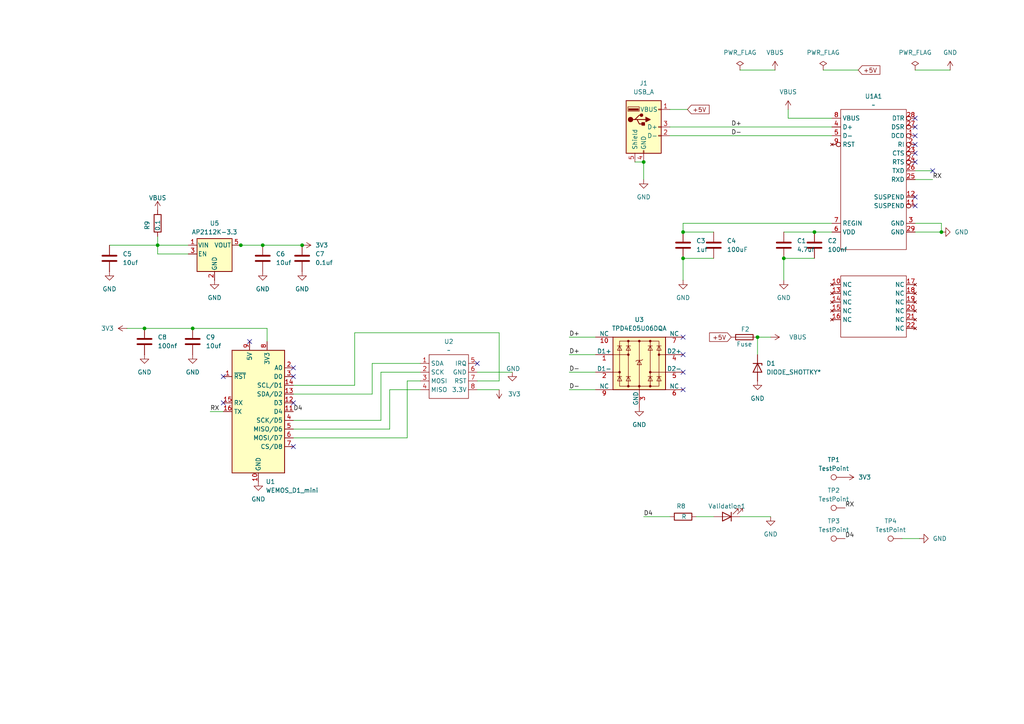
<source format=kicad_sch>
(kicad_sch (version 20250114) (generator "eeschema") (generator_version "9.0")
  (paper "A4")
  (lib_symbols
    (symbol "Connector:TestPoint" (pin_numbers (hide yes)) (pin_names (offset 0.762) (hide yes))
      (property "Reference" "TP" (at 0 6.858 0))
      (property "Value" "TestPoint" (at 0 5.08 0))
      (symbol "TestPoint_0_1"
        (circle (center 0 3.302) (radius 0.762))
      )
      (symbol "TestPoint_1_1"
        (pin passive line (at 0 0 90) (length 2.54) (name "1") (number "1"))
      )
    )
    (symbol "Connector:USB_A" (pin_names (offset 1.016))
      (property "Reference" "J" (at -5.08 11.43 0))
      (property "Value" "USB_A" (at -5.08 8.89 0))
      (symbol "USB_A_0_1"
        (rectangle (start -5.08 -7.62) (end 5.08 7.62) (stroke (width 0.254)) (fill (type background)))
        (circle (center -3.81 2.159) (radius 0.635) (stroke (width 0.254)) (fill (type outline)))
        (polyline (pts (xy -3.175 2.159) (xy -2.54 2.159) (xy -1.27 3.429) (xy -0.635 3.429)) (stroke (width 0.254)))
        (polyline (pts (xy -2.54 2.159) (xy -1.905 2.159) (xy -1.27 0.889) (xy 0 0.889)) (stroke (width 0.254)))
        (rectangle (start -1.524 4.826) (end -4.318 5.334) (fill (type outline)))
        (rectangle (start -1.27 4.572) (end -4.572 5.842))
        (circle (center -0.635 3.429) (radius 0.381) (stroke (width 0.254)) (fill (type outline)))
        (rectangle (start -0.127 -7.62) (end 0.127 -6.858))
        (rectangle (start 0.254 1.27) (end -0.508 0.508) (stroke (width 0.254)) (fill (type outline)))
        (polyline (pts (xy 0.635 2.794) (xy 0.635 1.524) (xy 1.905 2.159) (xy 0.635 2.794)) (stroke (width 0.254)) (fill (type outline)))
        (rectangle (start 5.08 4.953) (end 4.318 5.207))
        (rectangle (start 5.08 -0.127) (end 4.318 0.127))
        (rectangle (start 5.08 -2.667) (end 4.318 -2.413))
      )
      (symbol "USB_A_1_1"
        (polyline (pts (xy -1.905 2.159) (xy 0.635 2.159)) (stroke (width 0.254)))
        (pin passive line (at -2.54 -10.16 90) (length 2.54) (name "Shield") (number "5"))
        (pin power_in line (at 0 -10.16 90) (length 2.54) (name "GND") (number "4"))
        (pin power_in line (at 7.62 5.08 180) (length 2.54) (name "VBUS") (number "1"))
        (pin bidirectional line (at 7.62 0 180) (length 2.54) (name "D+") (number "3"))
        (pin bidirectional line (at 7.62 -2.54 180) (length 2.54) (name "D-") (number "2"))
      )
    )
    (symbol "Device:C" (pin_numbers (hide yes)) (pin_names (offset 0.254))
      (property "Reference" "C" (at 0.635 2.54 0))
      (property "Value" "C" (at 0.635 -2.54 0))
      (symbol "C_0_1"
        (polyline (pts (xy -2.032 0.762) (xy 2.032 0.762)) (stroke (width 0.508)))
        (polyline (pts (xy -2.032 -0.762) (xy 2.032 -0.762)) (stroke (width 0.508)))
      )
      (symbol "C_1_1"
        (pin passive line (at 0 3.81 270) (length 2.794) (name "~") (number "1"))
        (pin passive line (at 0 -3.81 90) (length 2.794) (name "~") (number "2"))
      )
    )
    (symbol "Device:D_Zener" (pin_numbers (hide yes)) (pin_names (offset 1.016) (hide yes))
      (property "Reference" "D" (at 0 2.54 0))
      (property "Value" "D_Zener" (at 0 -2.54 0))
      (symbol "D_Zener_0_1"
        (polyline (pts (xy -1.27 -1.27) (xy -1.27 1.27) (xy -0.762 1.27)) (stroke (width 0.254)))
        (polyline (pts (xy 1.27 0) (xy -1.27 0)))
        (polyline (pts (xy 1.27 -1.27) (xy 1.27 1.27) (xy -1.27 0) (xy 1.27 -1.27)) (stroke (width 0.254)))
      )
      (symbol "D_Zener_1_1"
        (pin passive line (at -3.81 0 0) (length 2.54) (name "K") (number "1"))
        (pin passive line (at 3.81 0 180) (length 2.54) (name "A") (number "2"))
      )
    )
    (symbol "Device:Fuse" (pin_numbers (hide yes)) (pin_names (offset 0))
      (property "Reference" "F" (at 2.032 0 90))
      (property "Value" "Fuse" (at -1.905 0 90))
      (symbol "Fuse_0_1"
        (rectangle (start -0.762 -2.54) (end 0.762 2.54) (stroke (width 0.254)))
        (polyline (pts (xy 0 2.54) (xy 0 -2.54)))
      )
      (symbol "Fuse_1_1"
        (pin passive line (at 0 3.81 270) (length 1.27) (name "~") (number "1"))
        (pin passive line (at 0 -3.81 90) (length 1.27) (name "~") (number "2"))
      )
    )
    (symbol "Device:LED" (pin_numbers (hide yes)) (pin_names (offset 1.016) (hide yes))
      (property "Reference" "D" (at 0 2.54 0))
      (property "Value" "LED" (at 0 -2.54 0))
      (symbol "LED_0_1"
        (polyline (pts (xy -3.048 -0.762) (xy -4.572 -2.286) (xy -3.81 -2.286) (xy -4.572 -2.286) (xy -4.572 -1.524)))
        (polyline (pts (xy -1.778 -0.762) (xy -3.302 -2.286) (xy -2.54 -2.286) (xy -3.302 -2.286) (xy -3.302 -1.524)))
        (polyline (pts (xy -1.27 0) (xy 1.27 0)))
        (polyline (pts (xy -1.27 -1.27) (xy -1.27 1.27)) (stroke (width 0.254)))
        (polyline (pts (xy 1.27 -1.27) (xy 1.27 1.27) (xy -1.27 0) (xy 1.27 -1.27)) (stroke (width 0.254)))
      )
      (symbol "LED_1_1"
        (pin passive line (at -3.81 0 0) (length 2.54) (name "K") (number "1"))
        (pin passive line (at 3.81 0 180) (length 2.54) (name "A") (number "2"))
      )
    )
    (symbol "Device:R" (pin_numbers (hide yes)) (pin_names (offset 0))
      (property "Reference" "R" (at 2.032 0 90))
      (property "Value" "R" (at 0 0 90))
      (symbol "R_0_1"
        (rectangle (start -1.016 -2.54) (end 1.016 2.54) (stroke (width 0.254)))
      )
      (symbol "R_1_1"
        (pin passive line (at 0 3.81 270) (length 1.27) (name "~") (number "1"))
        (pin passive line (at 0 -3.81 90) (length 1.27) (name "~") (number "2"))
      )
    )
    (symbol "Power_Protection:TPD4E05U06DQA" (pin_names (offset 0))
      (property "Reference" "U" (at -0.635 8.89 0))
      (property "Value" "TPD4E05U06DQA" (at 1.905 -10.16 0))
      (symbol "TPD4E05U06DQA_0_0"
        (rectangle (start -5.715 6.477) (end 5.715 -6.604))
        (polyline (pts (xy -3.175 -6.604) (xy -3.175 6.477)))
        (polyline (pts (xy 0 6.477) (xy 0 -6.604)))
        (polyline (pts (xy 3.175 6.477) (xy 3.175 -6.604)))
      )
      (symbol "TPD4E05U06DQA_0_1"
        (polyline (pts (xy -7.747 2.54) (xy -3.175 2.54)))
        (rectangle (start -7.62 7.62) (end 7.62 -7.62) (stroke (width 0.254)) (fill (type background)))
        (polyline (pts (xy -7.62 -2.54) (xy -5.715 -2.54)))
        (circle (center -5.715 -2.54) (radius 0.2794) (fill (type outline)))
        (polyline (pts (xy -5.08 5.08) (xy -6.35 5.08)))
        (polyline (pts (xy -5.08 3.81) (xy -6.35 3.81) (xy -5.715 5.08) (xy -5.08 3.81)))
        (polyline (pts (xy -5.08 -3.81) (xy -6.35 -3.81)))
        (polyline (pts (xy -5.08 -5.08) (xy -6.35 -5.08) (xy -5.715 -3.81) (xy -5.08 -5.08)))
        (circle (center -3.175 6.477) (radius 0.2794) (fill (type outline)))
        (circle (center -3.175 2.54) (radius 0.2794) (fill (type outline)))
        (circle (center -3.175 -6.604) (radius 0.2794) (fill (type outline)))
        (polyline (pts (xy -2.54 5.08) (xy -3.81 5.08)))
        (polyline (pts (xy -2.54 3.81) (xy -3.81 3.81) (xy -3.175 5.08) (xy -2.54 3.81)))
        (polyline (pts (xy -2.54 -3.81) (xy -3.81 -3.81)))
        (polyline (pts (xy -2.54 -5.08) (xy -3.81 -5.08) (xy -3.175 -3.81) (xy -2.54 -5.08)))
        (polyline (pts (xy -0.635 0.889) (xy -1.016 0.635)))
        (circle (center 0 6.477) (radius 0.2794) (fill (type outline)))
        (polyline (pts (xy 0 -6.604) (xy 0 -7.62)))
        (circle (center 0 -6.604) (radius 0.2794) (fill (type outline)))
        (polyline (pts (xy 0.635 0.889) (xy -0.635 0.889)))
        (polyline (pts (xy 0.635 0.889) (xy 1.016 1.143)))
        (polyline (pts (xy 0.635 -0.381) (xy -0.635 -0.381) (xy 0 0.889) (xy 0.635 -0.381)))
        (circle (center 3.175 6.477) (radius 0.2794) (fill (type outline)))
        (circle (center 3.175 -2.54) (radius 0.2794) (fill (type outline)))
        (circle (center 3.175 -6.604) (radius 0.2794) (fill (type outline)))
        (polyline (pts (xy 3.81 5.08) (xy 2.54 5.08)))
        (polyline (pts (xy 3.81 3.81) (xy 2.54 3.81) (xy 3.175 5.08) (xy 3.81 3.81)))
        (polyline (pts (xy 3.81 -3.81) (xy 2.54 -3.81)))
        (polyline (pts (xy 3.81 -5.08) (xy 2.54 -5.08) (xy 3.175 -3.81) (xy 3.81 -5.08)))
        (circle (center 5.715 2.54) (radius 0.2794) (fill (type outline)))
        (polyline (pts (xy 6.35 5.08) (xy 5.08 5.08)))
        (polyline (pts (xy 6.35 3.81) (xy 5.08 3.81) (xy 5.715 5.08) (xy 6.35 3.81)))
        (polyline (pts (xy 6.35 -3.81) (xy 5.08 -3.81)))
        (polyline (pts (xy 6.35 -5.08) (xy 5.08 -5.08) (xy 5.715 -3.81) (xy 6.35 -5.08)))
        (polyline (pts (xy 7.62 2.54) (xy 5.715 2.54)))
        (polyline (pts (xy 7.62 -2.54) (xy 3.175 -2.54)))
      )
      (symbol "TPD4E05U06DQA_1_1"
        (pin free line (at -12.7 7.62 0) (length 5.08) (name "NC") (number "10"))
        (pin passive line (at -12.7 2.54 0) (length 5.08) (name "D1+") (number "1"))
        (pin passive line (at -12.7 -2.54 0) (length 5.08) (name "D1-") (number "2"))
        (pin free line (at -12.7 -7.62 0) (length 5.08) (name "NC") (number "9"))
        (pin power_in line (at 0 -12.7 90) (length 5.08) (name "GND") (number "3"))
        (pin passive line (at 0 -12.7 90) (length 5.08) (hide yes) (name "GND") (number "8"))
        (pin free line (at 12.7 7.62 180) (length 5.08) (name "NC") (number "7"))
        (pin passive line (at 12.7 2.54 180) (length 5.08) (name "D2+") (number "4"))
        (pin passive line (at 12.7 -2.54 180) (length 5.08) (name "D2-") (number "5"))
        (pin free line (at 12.7 -7.62 180) (length 5.08) (name "NC") (number "6"))
      )
    )
    (symbol "RF_Module:WEMOS_D1_mini"
      (property "Reference" "U1" (at 2.1433 -20.32 0))
      (property "Value" "WEMOS_D1_mini" (at 2.1433 -22.86 0))
      (symbol "WEMOS_D1_mini_1_1"
        (rectangle (start -7.62 17.78) (end 7.62 -17.78) (stroke (width 0.254)) (fill (type background)))
        (pin input line (at -10.16 10.16 0) (length 2.54) (name "~{RST}") (number "1"))
        (pin input line (at -10.16 2.54 0) (length 2.54) (name "RX") (number "15"))
        (pin output line (at -10.16 0 0) (length 2.54) (name "TX") (number "16"))
        (pin power_in line (at -2.54 20.32 270) (length 2.54) (name "5V") (number "9"))
        (pin power_in line (at 0 -20.32 90) (length 2.54) (name "GND") (number "10"))
        (pin power_in line (at 2.54 20.32 270) (length 2.54) (name "3V3") (number "8"))
        (pin input line (at 10.16 12.7 180) (length 2.54) (name "A0") (number "2"))
        (pin bidirectional line (at 10.16 10.16 180) (length 2.54) (name "D0") (number "3"))
        (pin bidirectional line (at 10.16 7.62 180) (length 2.54) (name "SCL/D1") (number "14"))
        (pin bidirectional line (at 10.16 5.08 180) (length 2.54) (name "SDA/D2") (number "13"))
        (pin bidirectional line (at 10.16 2.54 180) (length 2.54) (name "D3") (number "12"))
        (pin bidirectional line (at 10.16 0 180) (length 2.54) (name "D4") (number "11"))
        (pin bidirectional line (at 10.16 -2.54 180) (length 2.54) (name "SCK/D5") (number "4"))
        (pin bidirectional line (at 10.16 -5.08 180) (length 2.54) (name "MISO/D6") (number "5"))
        (pin bidirectional line (at 10.16 -7.62 180) (length 2.54) (name "MOSI/D7") (number "6"))
        (pin bidirectional line (at 10.16 -10.16 180) (length 2.54) (name "CS/D8") (number "7"))
      )
    )
    (symbol "Regulator_Linear:AP2112K-3.3" (pin_names (offset 0.254))
      (property "Reference" "U" (at -5.08 5.715 0))
      (property "Value" "AP2112K-3.3" (at 0 5.715 0))
      (symbol "AP2112K-3.3_0_1"
        (rectangle (start -5.08 4.445) (end 5.08 -5.08) (stroke (width 0.254)) (fill (type background)))
      )
      (symbol "AP2112K-3.3_1_1"
        (pin power_in line (at -7.62 2.54 0) (length 2.54) (name "VIN") (number "1"))
        (pin input line (at -7.62 0 0) (length 2.54) (name "EN") (number "3"))
        (pin power_in line (at 0 -7.62 90) (length 2.54) (name "GND") (number "2"))
        (pin no_connect line (at 5.08 0 180) (length 2.54) (hide yes) (name "NC") (number "4"))
        (pin power_out line (at 7.62 2.54 180) (length 2.54) (name "VOUT") (number "5"))
      )
    )
    (symbol "U1A:CP2102"
      (property "Reference" "U1A1" (at 36.195 0 0))
      (property "Value" "~" (at 36.195 -2.54 0))
      (symbol "CP2102_0_1"
        (rectangle (start 26.67 -3.81) (end 45.72 -44.45))
        (rectangle (start 26.67 -52.07) (end 45.72 -69.85))
      )
      (symbol "CP2102_1_1"
        (pin input line (at 24.13 -6.35 0) (length 2.54) (name "VBUS") (number "8"))
        (pin bidirectional line (at 24.13 -8.89 0) (length 2.54) (name "D+") (number "4"))
        (pin bidirectional line (at 24.13 -11.43 0) (length 2.54) (name "D-") (number "5"))
        (pin no_connect inverted (at 24.13 -13.97 0) (length 2.54) (name "RST") (number "9"))
        (pin input line (at 24.13 -36.83 0) (length 2.54) (name "REGIN") (number "7"))
        (pin input line (at 24.13 -39.37 0) (length 2.54) (name "VDD") (number "6"))
        (pin no_connect line (at 24.13 -54.61 0) (length 2.54) (name "NC") (number "10"))
        (pin no_connect line (at 24.13 -57.15 0) (length 2.54) (name "NC") (number "13"))
        (pin no_connect line (at 24.13 -59.69 0) (length 2.54) (name "NC") (number "14"))
        (pin no_connect line (at 24.13 -62.23 0) (length 2.54) (name "NC") (number "15"))
        (pin no_connect line (at 24.13 -64.77 0) (length 2.54) (name "NC") (number "16"))
        (pin output inverted (at 48.26 -6.35 180) (length 2.54) (name "DTR") (number "28"))
        (pin input inverted (at 48.26 -8.89 180) (length 2.54) (name "DSR") (number "27"))
        (pin input inverted (at 48.26 -11.43 180) (length 2.54) (name "DCD") (number "1"))
        (pin input inverted (at 48.26 -13.97 180) (length 2.54) (name "RI") (number "2"))
        (pin input inverted (at 48.26 -16.51 180) (length 2.54) (name "CTS") (number "23"))
        (pin output inverted (at 48.26 -19.05 180) (length 2.54) (name "RTS") (number "24"))
        (pin output line (at 48.26 -21.59 180) (length 2.54) (name "TXD") (number "26"))
        (pin input line (at 48.26 -24.13 180) (length 2.54) (name "RXD") (number "25"))
        (pin output line (at 48.26 -29.21 180) (length 2.54) (name "SUSPEND") (number "12"))
        (pin output inverted (at 48.26 -31.75 180) (length 2.54) (name "SUSPEND") (number "11"))
        (pin input line (at 48.26 -36.83 180) (length 2.54) (name "GND") (number "3"))
        (pin input line (at 48.26 -39.37 180) (length 2.54) (name "GND") (number "29"))
        (pin no_connect line (at 48.26 -54.61 180) (length 2.54) (name "NC") (number "17"))
        (pin no_connect line (at 48.26 -57.15 180) (length 2.54) (name "NC") (number "18"))
        (pin no_connect line (at 48.26 -59.69 180) (length 2.54) (name "NC") (number "19"))
        (pin no_connect line (at 48.26 -62.23 180) (length 2.54) (name "NC") (number "20"))
        (pin no_connect line (at 48.26 -64.77 180) (length 2.54) (name "NC") (number "21"))
        (pin no_connect line (at 48.26 -67.31 180) (length 2.54) (name "NC") (number "22"))
      )
    )
    (symbol "power:GND" (power) (pin_numbers (hide yes)) (pin_names (offset 0) (hide yes))
      (property "Value" "GND" (at 0 -3.81 0))
      (symbol "GND_0_1"
        (polyline (pts (xy 0 0) (xy 0 -1.27) (xy 1.27 -1.27) (xy 0 -2.54) (xy -1.27 -1.27) (xy 0 -1.27)))
      )
      (symbol "GND_1_1"
        (pin power_in line (at 0 0 270) (length 0) (name "~") (number "1"))
      )
    )
    (symbol "power:PWR_FLAG" (power) (pin_numbers (hide yes)) (pin_names (offset 0) (hide yes))
      (property "Value" "PWR_FLAG" (at 0 3.81 0))
      (symbol "PWR_FLAG_0_0"
        (pin power_out line (at 0 0 90) (length 0) (name "~") (number "1"))
      )
      (symbol "PWR_FLAG_0_1"
        (polyline (pts (xy 0 0) (xy 0 1.27) (xy -1.016 1.905) (xy 0 2.54) (xy 1.016 1.905) (xy 0 1.27)))
      )
    )
    (symbol "power:VBUS" (power) (pin_numbers (hide yes)) (pin_names (offset 0) (hide yes))
      (property "Value" "VBUS" (at 0 3.556 0))
      (symbol "VBUS_0_1"
        (polyline (pts (xy -0.762 1.27) (xy 0 2.54)))
        (polyline (pts (xy 0 2.54) (xy 0.762 1.27)))
        (polyline (pts (xy 0 0) (xy 0 2.54)))
      )
      (symbol "VBUS_1_1"
        (pin power_in line (at 0 0 90) (length 0) (name "~") (number "1"))
      )
    )
    (symbol "power:VDD" (power) (pin_numbers (hide yes)) (pin_names (offset 0) (hide yes))
      (property "Value" "VDD" (at 0 3.556 0))
      (symbol "VDD_0_1"
        (polyline (pts (xy -0.762 1.27) (xy 0 2.54)))
        (polyline (pts (xy 0 2.54) (xy 0.762 1.27)))
        (polyline (pts (xy 0 0) (xy 0 2.54)))
      )
      (symbol "VDD_1_1"
        (pin power_in line (at 0 0 90) (length 0) (name "~") (number "1"))
      )
    )
    (symbol "rfid:RFID-RC522"
      (property "Reference" "U2" (at 0.635 10.16 0))
      (property "Value" "~" (at 0.635 7.62 0))
      (symbol "RFID-RC522_0_1"
        (rectangle (start -5.08 6.35) (end 6.35 -6.35))
      )
      (symbol "RFID-RC522_1_1"
        (pin input line (at -7.62 3.81 0) (length 2.54) (name "SDA") (number "1"))
        (pin input line (at -7.62 1.27 0) (length 2.54) (name "SCK") (number "2"))
        (pin input line (at -7.62 -1.27 0) (length 2.54) (name "MOSI") (number "3"))
        (pin input line (at -7.62 -3.81 0) (length 2.54) (name "MISO") (number "4"))
        (pin input line (at 8.89 3.81 180) (length 2.54) (name "IRQ") (number "5"))
        (pin input line (at 8.89 1.27 180) (length 2.54) (name "GND") (number "6"))
        (pin input line (at 8.89 -1.27 180) (length 2.54) (name "RST") (number "7"))
        (pin input line (at 8.89 -3.81 180) (length 2.54) (name "3.3V") (number "8"))
      )
    )
  )
  (junction (at 45.72 71.12))
  (junction (at 55.88 95.25))
  (junction (at 69.85 71.12))
  (junction (at 41.91 95.25))
  (junction (at 186.69 46.99))
  (junction (at 236.22 67.31))
  (junction (at 273.05 67.31))
  (junction (at 198.12 74.93))
  (junction (at 87.63 71.12))
  (junction (at 76.2 71.12))
  (junction (at 219.71 97.79))
  (junction (at 227.33 74.93))
  (junction (at 198.12 67.31))
  (no_connect (at 64.77 116.84))
  (no_connect (at 85.09 106.68))
  (no_connect (at 85.09 109.22))
  (no_connect (at 85.09 116.84))
  (no_connect (at 198.12 113.03))
  (no_connect (at 198.12 97.79))
  (no_connect (at 265.43 46.99))
  (no_connect (at 265.43 34.29))
  (no_connect (at 265.43 59.69))
  (no_connect (at 198.12 102.87))
  (no_connect (at 265.43 36.83))
  (no_connect (at 265.43 44.45))
  (no_connect (at 265.43 39.37))
  (no_connect (at 265.43 41.91))
  (no_connect (at 64.77 109.22))
  (no_connect (at 198.12 107.95))
  (no_connect (at 72.39 99.06))
  (no_connect (at 138.43 105.41))
  (no_connect (at 85.09 129.54))
  (no_connect (at 265.43 57.15))
  (no_connect (at 270.51 49.53))
  (wire (pts (xy 107.95 105.41) (xy 121.92 105.41)))
  (wire (pts (xy 85.09 124.46) (xy 113.03 124.46)))
  (wire (pts (xy 186.69 46.99) (xy 184.15 46.99)))
  (wire (pts (xy 138.43 113.03) (xy 144.78 113.03)))
  (wire (pts (xy 219.71 102.87) (xy 219.71 97.79)))
  (wire (pts (xy 165.1 102.87) (xy 172.72 102.87)))
  (wire (pts (xy 201.93 149.86) (xy 207.01 149.86)))
  (wire (pts (xy 265.43 20.32) (xy 275.59 20.32)))
  (wire (pts (xy 31.75 71.12) (xy 45.72 71.12)))
  (wire (pts (xy 60.96 119.38) (xy 64.77 119.38)))
  (wire (pts (xy 85.09 127) (xy 118.11 127)))
  (wire (pts (xy 102.87 96.52) (xy 102.87 111.76)))
  (wire (pts (xy 227.33 67.31) (xy 236.22 67.31)))
  (wire (pts (xy 266.7 156.21) (xy 261.62 156.21)))
  (wire (pts (xy 273.05 64.77) (xy 273.05 67.31)))
  (wire (pts (xy 36.83 95.25) (xy 41.91 95.25)))
  (wire (pts (xy 121.92 107.95) (xy 110.49 107.95)))
  (wire (pts (xy 214.63 149.86) (xy 223.52 149.86)))
  (wire (pts (xy 265.43 49.53) (xy 270.51 49.53)))
  (wire (pts (xy 138.43 107.95) (xy 148.59 107.95)))
  (wire (pts (xy 77.47 95.25) (xy 77.47 99.06)))
  (wire (pts (xy 113.03 113.03) (xy 113.03 124.46)))
  (wire (pts (xy 110.49 107.95) (xy 110.49 121.92)))
  (wire (pts (xy 194.31 36.83) (xy 241.3 36.83)))
  (wire (pts (xy 273.05 67.31) (xy 265.43 67.31)))
  (wire (pts (xy 238.76 20.32) (xy 248.92 20.32)))
  (wire (pts (xy 69.85 71.12) (xy 76.2 71.12)))
  (wire (pts (xy 227.33 74.93) (xy 227.33 81.28)))
  (wire (pts (xy 194.31 31.75) (xy 199.39 31.75)))
  (wire (pts (xy 228.6 34.29) (xy 241.3 34.29)))
  (wire (pts (xy 118.11 110.49) (xy 121.92 110.49)))
  (wire (pts (xy 186.69 46.99) (xy 186.69 52.07)))
  (wire (pts (xy 76.2 71.12) (xy 87.63 71.12)))
  (wire (pts (xy 194.31 39.37) (xy 241.3 39.37)))
  (wire (pts (xy 85.09 114.3) (xy 107.95 114.3)))
  (wire (pts (xy 186.69 149.86) (xy 194.31 149.86)))
  (wire (pts (xy 138.43 110.49) (xy 144.78 110.49)))
  (wire (pts (xy 102.87 111.76) (xy 85.09 111.76)))
  (wire (pts (xy 223.52 97.79) (xy 219.71 97.79)))
  (wire (pts (xy 144.78 96.52) (xy 102.87 96.52)))
  (wire (pts (xy 54.61 73.66) (xy 45.72 73.66)))
  (wire (pts (xy 121.92 113.03) (xy 113.03 113.03)))
  (wire (pts (xy 165.1 97.79) (xy 172.72 97.79)))
  (wire (pts (xy 45.72 68.58) (xy 45.72 71.12)))
  (wire (pts (xy 55.88 95.25) (xy 77.47 95.25)))
  (wire (pts (xy 214.63 20.32) (xy 224.79 20.32)))
  (wire (pts (xy 198.12 64.77) (xy 241.3 64.77)))
  (wire (pts (xy 228.6 31.75) (xy 228.6 34.29)))
  (wire (pts (xy 198.12 64.77) (xy 198.12 67.31)))
  (wire (pts (xy 198.12 74.93) (xy 198.12 81.28)))
  (wire (pts (xy 165.1 107.95) (xy 172.72 107.95)))
  (wire (pts (xy 45.72 71.12) (xy 54.61 71.12)))
  (wire (pts (xy 165.1 113.03) (xy 172.72 113.03)))
  (wire (pts (xy 198.12 67.31) (xy 207.01 67.31)))
  (wire (pts (xy 236.22 67.31) (xy 241.3 67.31)))
  (wire (pts (xy 265.43 52.07) (xy 270.51 52.07)))
  (wire (pts (xy 41.91 95.25) (xy 55.88 95.25)))
  (wire (pts (xy 144.78 110.49) (xy 144.78 96.52)))
  (wire (pts (xy 67.31 71.12) (xy 69.85 71.12)))
  (wire (pts (xy 198.12 74.93) (xy 207.01 74.93)))
  (wire (pts (xy 227.33 74.93) (xy 236.22 74.93)))
  (wire (pts (xy 265.43 64.77) (xy 273.05 64.77)))
  (wire (pts (xy 118.11 110.49) (xy 118.11 127)))
  (wire (pts (xy 107.95 114.3) (xy 107.95 105.41)))
  (wire (pts (xy 45.72 71.12) (xy 45.72 73.66)))
  (wire (pts (xy 110.49 121.92) (xy 85.09 121.92)))
  (label "D4" (at 186.69 149.86 0))
  (label "D-" (at 212.09 39.37 0))
  (label "D-" (at 165.1 107.95 0))
  (label "D-" (at 165.1 113.03 0))
  (label "RX" (at 245.11 147.32 0))
  (label "D+" (at 165.1 97.79 0))
  (label "D4" (at 85.09 119.38 0))
  (label "RX" (at 270.51 52.07 0))
  (label "D+" (at 165.1 102.87 0))
  (label "D4" (at 245.11 156.21 0))
  (label "D+" (at 212.09 36.83 0))
  (label "RX" (at 60.96 119.38 0))
  (global_label "+5V" (shape input) (at 212.09 97.79 180) (property "Intersheetrefs" "${INTERSHEET_REFS}" (effects (hide yes))))
  (global_label "+5V" (shape input) (at 248.92 20.32 0) (property "Intersheetrefs" "${INTERSHEET_REFS}" (effects (hide yes))))
  (global_label "+5V" (shape input) (at 199.39 31.75 0) (property "Intersheetrefs" "${INTERSHEET_REFS}" (effects (hide yes))))
  (symbol (lib_id "power:GND") (at 273.05 67.31 90) (unit 1)
    (property "Reference" "#PWR012" (effects (hide yes)))
    (property "Value" "GND" (at 276.86 67.3099 90) (effects (justify right)))
    (property "Description" "Power symbol creates a global label with name \"GND\" , ground" (effects (hide yes)))
  )
  (symbol (lib_id "power:VDD") (at 144.78 113.03 180) (unit 1)
    (property "Reference" "#PWR020" (effects (hide yes)))
    (property "Value" "3V3" (at 147.32 114.2999 0) (effects (justify right)))
    (property "Description" "Power symbol creates a global label with name \"VDD\"" (effects (hide yes)))
  )
  (symbol (lib_id "power:GND") (at 186.69 52.07 0) (unit 1)
    (property "Reference" "#PWR09" (effects (hide yes)))
    (property "Value" "GND" (at 186.69 57.15 0))
    (property "Description" "Power symbol creates a global label with name \"GND\" , ground" (effects (hide yes)))
  )
  (symbol (lib_id "Device:C") (at 198.12 71.12 0) (unit 1)
    (property "Reference" "C3" (at 201.93 69.8499 0) (effects (justify left)))
    (property "Value" "1uf" (at 201.93 72.3899 0) (effects (justify left)))
    (property "Footprint" "Capacitor_SMD:C_0805_2012Metric_Pad1.18x1.45mm_HandSolder" (effects (hide yes)))
    (property "Description" "Unpolarized capacitor" (effects (hide yes)))
  )
  (symbol (lib_id "power:GND") (at 223.52 149.86 0) (unit 1)
    (property "Reference" "#PWR010" (effects (hide yes)))
    (property "Value" "GND" (at 223.52 154.94 0))
    (property "Description" "Power symbol creates a global label with name \"GND\" , ground" (effects (hide yes)))
  )
  (symbol (lib_id "RF_Module:WEMOS_D1_mini") (at 74.93 119.38 0) (unit 1)
    (property "Reference" "U1" (at 77.0733 139.7 0) (effects (justify left)))
    (property "Value" "WEMOS_D1_mini" (at 77.0733 142.24 0) (effects (justify left)))
    (property "Footprint" "RF_Module:WEMOS_D1_mini_light" (effects (hide yes)))
    (property "Datasheet" "https://wiki.wemos.cc/products:d1:d1_mini#documentation" (effects (hide yes)))
    (property "Description" "32-bit microcontroller module with WiFi" (effects (hide yes)))
  )
  (symbol (lib_id "power:VDD") (at 87.63 71.12 270) (unit 1)
    (property "Reference" "#PWR023" (effects (hide yes)))
    (property "Value" "3V3" (at 91.44 71.1199 90) (effects (justify left)))
    (property "Description" "Power symbol creates a global label with name \"VDD\"" (effects (hide yes)))
  )
  (symbol (lib_id "power:VDD") (at 245.11 138.43 270) (unit 1)
    (property "Reference" "#PWR016" (effects (hide yes)))
    (property "Value" "3V3" (at 248.92 138.4299 90) (effects (justify left)))
    (property "Description" "Power symbol creates a global label with name \"VDD\"" (effects (hide yes)))
  )
  (symbol (lib_id "Device:D_Zener") (at 219.71 106.68 270) (unit 1)
    (property "Reference" "D1" (at 222.25 105.4099 90) (effects (justify left)))
    (property "Value" "DIODE_SHOTTKY*" (at 222.25 107.9499 90) (effects (justify left)))
    (property "Footprint" "Diode_SMD:D_SMA_Handsoldering" (effects (hide yes)))
    (property "Description" "Zener diode" (effects (hide yes)))
  )
  (symbol (lib_id "Connector:TestPoint") (at 261.62 156.21 90) (unit 1)
    (property "Reference" "TP4" (at 258.318 151.13 90))
    (property "Value" "TestPoint" (at 258.318 153.67 90))
    (property "Footprint" "TestPoint:TestPoint_Pad_3.0x3.0mm" (effects (hide yes)))
    (property "Description" "test point" (effects (hide yes)))
  )
  (symbol (lib_id "power:GND") (at 76.2 78.74 0) (unit 1)
    (property "Reference" "#PWR018" (effects (hide yes)))
    (property "Value" "GND" (at 76.2 83.82 0))
    (property "Description" "Power symbol creates a global label with name \"GND\" , ground" (effects (hide yes)))
  )
  (symbol (lib_id "power:VBUS") (at 45.72 60.96 0) (unit 1)
    (property "Reference" "#PWR025" (effects (hide yes)))
    (property "Value" "VBUS" (at 45.72 57.404 0))
    (property "Description" "Power symbol creates a global label with name \"VBUS\"" (effects (hide yes)))
  )
  (symbol (lib_id "power:GND") (at 227.33 81.28 0) (unit 1)
    (property "Reference" "#PWR07" (effects (hide yes)))
    (property "Value" "GND" (at 227.33 86.36 0))
    (property "Description" "Power symbol creates a global label with name \"GND\" , ground" (effects (hide yes)))
  )
  (symbol (lib_id "power:VBUS") (at 223.52 97.79 270) (unit 1)
    (property "Reference" "#PWR026" (effects (hide yes)))
    (property "Value" "VBUS" (at 228.854 97.79 90) (effects (justify left)))
    (property "Description" "Power symbol creates a global label with name \"VBUS\"" (effects (hide yes)))
  )
  (symbol (lib_id "Device:C") (at 87.63 74.93 0) (unit 1)
    (property "Reference" "C7" (at 91.44 73.6599 0) (effects (justify left)))
    (property "Value" "0.1uf" (at 91.44 76.1999 0) (effects (justify left)))
    (property "Footprint" "Capacitor_SMD:C_0805_2012Metric_Pad1.18x1.45mm_HandSolder" (effects (hide yes)))
    (property "Description" "Unpolarized capacitor" (effects (hide yes)))
  )
  (symbol (lib_id "Device:Fuse") (at 215.9 97.79 270) (unit 1)
    (property "Reference" "F2" (at 216.154 95.504 90))
    (property "Value" "Fuse" (at 215.9 99.822 90))
    (property "Footprint" "Fuse:Fuse_1812_4532Metric_Pad1.30x3.40mm_HandSolder" (effects (hide yes)))
    (property "Description" "Fuse" (effects (hide yes)))
  )
  (symbol (lib_id "power:GND") (at 266.7 156.21 90) (unit 1)
    (property "Reference" "#PWR014" (effects (hide yes)))
    (property "Value" "GND" (at 270.51 156.2099 90) (effects (justify right)))
    (property "Description" "Power symbol creates a global label with name \"GND\" , ground" (effects (hide yes)))
  )
  (symbol (lib_id "power:PWR_FLAG") (at 238.76 20.32 0) (unit 1)
    (property "Reference" "#FLG02" (effects (hide yes)))
    (property "Value" "PWR_FLAG" (at 238.76 15.24 0))
    (property "Description" "Special symbol for telling ERC where power comes from" (effects (hide yes)))
  )
  (symbol (lib_id "power:GND") (at 87.63 78.74 0) (unit 1)
    (property "Reference" "#PWR019" (effects (hide yes)))
    (property "Value" "GND" (at 87.63 83.82 0))
    (property "Description" "Power symbol creates a global label with name \"GND\" , ground" (effects (hide yes)))
  )
  (symbol (lib_id "power:GND") (at 198.12 81.28 0) (unit 1)
    (property "Reference" "#PWR06" (effects (hide yes)))
    (property "Value" "GND" (at 198.12 86.36 0))
    (property "Description" "Power symbol creates a global label with name \"GND\" , ground" (effects (hide yes)))
  )
  (symbol (lib_id "power:GND") (at 74.93 139.7 0) (unit 1)
    (property "Reference" "#PWR08" (effects (hide yes)))
    (property "Value" "GND" (at 74.93 144.78 0))
    (property "Description" "Power symbol creates a global label with name \"GND\" , ground" (effects (hide yes)))
  )
  (symbol (lib_id "power:VBUS") (at 228.6 31.75 0) (unit 1)
    (property "Reference" "#PWR02" (effects (hide yes)))
    (property "Value" "VBUS" (at 228.6 26.67 0))
    (property "Description" "Power symbol creates a global label with name \"VBUS\"" (effects (hide yes)))
  )
  (symbol (lib_id "power:VBUS") (at 224.79 20.32 0) (unit 1)
    (property "Reference" "#PWR013" (effects (hide yes)))
    (property "Value" "VBUS" (at 224.79 15.24 0))
    (property "Description" "Power symbol creates a global label with name \"VBUS\"" (effects (hide yes)))
  )
  (symbol (lib_id "Device:LED") (at 210.82 149.86 180) (unit 1)
    (property "Reference" "Validation1" (at 210.82 146.812 0))
    (property "Value" "LED" (effects (hide yes)))
    (property "Footprint" "LED_THT:LED_D5.0mm" (effects (hide yes)))
    (property "Description" "Light emitting diode" (effects (hide yes)))
    (property "Sim.Pins" "1=K 2=A" (effects (hide yes)))
  )
  (symbol (lib_id "U1A:CP2102") (at 217.17 27.94 0) (unit 1)
    (property "Reference" "U1A1" (at 253.365 27.94 0))
    (property "Value" "~" (at 253.365 30.48 0))
    (property "Footprint" "Package_DFN_QFN:VQFN-28-1EP_5x5mm_P0.5mm_EP3.25x3.25mm" (effects (hide yes)))
  )
  (symbol (lib_id "power:VDD") (at 36.83 95.25 90) (unit 1)
    (property "Reference" "#PWR028" (effects (hide yes)))
    (property "Value" "3V3" (at 33.02 95.2499 90) (effects (justify left)))
    (property "Description" "Power symbol creates a global label with name \"VDD\"" (effects (hide yes)))
  )
  (symbol (lib_id "power:GND") (at 219.71 110.49 0) (unit 1)
    (property "Reference" "#PWR031" (effects (hide yes)))
    (property "Value" "GND" (at 219.71 115.57 0))
    (property "Description" "Power symbol creates a global label with name \"GND\" , ground" (effects (hide yes)))
  )
  (symbol (lib_id "Device:C") (at 207.01 71.12 0) (unit 1)
    (property "Reference" "C4" (at 210.82 69.8499 0) (effects (justify left)))
    (property "Value" "100uF" (at 210.82 72.3899 0) (effects (justify left)))
    (property "Footprint" "Capacitor_SMD:C_0805_2012Metric_Pad1.18x1.45mm_HandSolder" (effects (hide yes)))
    (property "Description" "Unpolarized capacitor" (effects (hide yes)))
  )
  (symbol (lib_id "Connector:USB_A") (at 186.69 36.83 0) (unit 1)
    (property "Reference" "J1" (at 186.69 24.13 0))
    (property "Value" "USB_A" (at 186.69 26.67 0))
    (property "Footprint" "Connector_USB:USB_A_CNCTech_1001-011-01101_Horizontal" (effects (hide yes)))
    (property "Description" "USB Type A connector" (effects (hide yes)))
  )
  (symbol (lib_id "Power_Protection:TPD4E05U06DQA") (at 185.42 105.41 0) (unit 1)
    (property "Reference" "U3" (at 185.42 92.71 0))
    (property "Value" "TPD4E05U06DQA" (at 185.42 95.25 0))
    (property "Footprint" "Package_SON:USON-10_2.5x1.0mm_P0.5mm" (effects (hide yes)))
    (property "Datasheet" "https://www.ti.com/lit/ds/symlink/tpd4e05u06.pdf" (effects (hide yes)))
    (property "Description" "4-Channel ESD Protection for Super-Speed USB 3.0 Interface, USON-10" (effects (hide yes)))
  )
  (symbol (lib_id "Device:C") (at 76.2 74.93 0) (unit 1)
    (property "Reference" "C6" (at 80.01 73.6599 0) (effects (justify left)))
    (property "Value" "10uf" (at 80.01 76.1999 0) (effects (justify left)))
    (property "Footprint" "Capacitor_SMD:C_0805_2012Metric_Pad1.18x1.45mm_HandSolder" (effects (hide yes)))
    (property "Description" "Unpolarized capacitor" (effects (hide yes)))
  )
  (symbol (lib_id "power:GND") (at 55.88 102.87 0) (unit 1)
    (property "Reference" "#PWR029" (effects (hide yes)))
    (property "Value" "GND" (at 55.88 107.95 0))
    (property "Description" "Power symbol creates a global label with name \"GND\" , ground" (effects (hide yes)))
  )
  (symbol (lib_id "Device:C") (at 236.22 71.12 0) (unit 1)
    (property "Reference" "C2" (at 240.03 69.8499 0) (effects (justify left)))
    (property "Value" "100nf" (at 240.03 72.3899 0) (effects (justify left)))
    (property "Footprint" "Capacitor_SMD:C_0805_2012Metric_Pad1.18x1.45mm_HandSolder" (effects (hide yes)))
    (property "Description" "Unpolarized capacitor" (effects (hide yes)))
  )
  (symbol (lib_id "Device:R") (at 45.72 64.77 0) (unit 1)
    (property "Reference" "R9" (at 42.672 64.008 90) (effects (justify right)))
    (property "Value" "0.1" (at 45.72 63.754 90) (effects (justify right)))
    (property "Footprint" "Resistor_SMD:R_0805_2012Metric_Pad1.20x1.40mm_HandSolder" (effects (hide yes)))
    (property "Description" "Resistor" (effects (hide yes)))
  )
  (symbol (lib_id "Connector:TestPoint") (at 245.11 156.21 90) (unit 1)
    (property "Reference" "TP3" (at 241.808 151.13 90))
    (property "Value" "TestPoint" (at 241.808 153.67 90))
    (property "Footprint" "TestPoint:TestPoint_Pad_3.0x3.0mm" (effects (hide yes)))
    (property "Description" "test point" (effects (hide yes)))
  )
  (symbol (lib_id "Device:C") (at 41.91 99.06 0) (unit 1)
    (property "Reference" "C8" (at 45.72 97.7899 0) (effects (justify left)))
    (property "Value" "100nf" (at 45.72 100.3299 0) (effects (justify left)))
    (property "Footprint" "Capacitor_SMD:C_0805_2012Metric_Pad1.18x1.45mm_HandSolder" (effects (hide yes)))
    (property "Description" "Unpolarized capacitor" (effects (hide yes)))
  )
  (symbol (lib_id "Device:C") (at 227.33 71.12 0) (unit 1)
    (property "Reference" "C1" (at 231.14 69.8499 0) (effects (justify left)))
    (property "Value" "4.7uf" (at 231.14 72.3899 0) (effects (justify left)))
    (property "Footprint" "Capacitor_SMD:C_0805_2012Metric_Pad1.18x1.45mm_HandSolder" (effects (hide yes)))
    (property "Description" "Unpolarized capacitor" (effects (hide yes)))
  )
  (symbol (lib_id "Regulator_Linear:AP2112K-3.3") (at 62.23 73.66 0) (unit 1)
    (property "Reference" "U5" (at 62.23 64.77 0))
    (property "Value" "AP2112K-3.3" (at 62.23 67.31 0))
    (property "Footprint" "Package_TO_SOT_SMD:SOT-23-5" (effects (hide yes)))
    (property "Datasheet" "https://www.diodes.com/assets/Datasheets/AP2112.pdf" (effects (hide yes)))
    (property "Description" "600mA low dropout linear regulator, with enable pin, 3.8V-6V input voltage range, 3.3V fixed positive output, SOT-23-5" (effects (hide yes)))
  )
  (symbol (lib_id "power:PWR_FLAG") (at 265.43 20.32 0) (unit 1)
    (property "Reference" "#FLG03" (effects (hide yes)))
    (property "Value" "PWR_FLAG" (at 265.43 15.24 0))
    (property "Description" "Special symbol for telling ERC where power comes from" (effects (hide yes)))
  )
  (symbol (lib_id "power:GND") (at 185.42 118.11 0) (unit 1)
    (property "Reference" "#PWR024" (effects (hide yes)))
    (property "Value" "GND" (at 185.42 123.19 0))
    (property "Description" "Power symbol creates a global label with name \"GND\" , ground" (effects (hide yes)))
  )
  (symbol (lib_id "Device:C") (at 31.75 74.93 0) (unit 1)
    (property "Reference" "C5" (at 35.56 73.6599 0) (effects (justify left)))
    (property "Value" "10uf" (at 35.56 76.1999 0) (effects (justify left)))
    (property "Footprint" "Capacitor_SMD:C_0805_2012Metric_Pad1.18x1.45mm_HandSolder" (effects (hide yes)))
    (property "Description" "Unpolarized capacitor" (effects (hide yes)))
  )
  (symbol (lib_id "Connector:TestPoint") (at 245.11 138.43 90) (unit 1)
    (property "Reference" "TP1" (at 241.808 133.35 90))
    (property "Value" "TestPoint" (at 241.808 135.89 90))
    (property "Footprint" "TestPoint:TestPoint_Pad_3.0x3.0mm" (effects (hide yes)))
    (property "Description" "test point" (effects (hide yes)))
  )
  (symbol (lib_id "power:PWR_FLAG") (at 214.63 20.32 0) (unit 1)
    (property "Reference" "#FLG01" (effects (hide yes)))
    (property "Value" "PWR_FLAG" (at 214.63 15.24 0))
    (property "Description" "Special symbol for telling ERC where power comes from" (effects (hide yes)))
  )
  (symbol (lib_id "rfid:RFID-RC522") (at 129.54 109.22 0) (unit 1)
    (property "Reference" "U2" (at 130.175 99.06 0))
    (property "Value" "~" (at 130.175 101.6 0))
    (property "Footprint" "Connector_PinSocket_2.54mm:PinSocket_1x08_P2.54mm_Vertical" (effects (hide yes)))
  )
  (symbol (lib_id "power:VBUS") (at 275.59 20.32 0) (unit 1)
    (property "Reference" "#PWR015" (effects (hide yes)))
    (property "Value" "GND" (at 275.59 15.24 0))
    (property "Description" "Power symbol creates a global label with name \"VBUS\"" (effects (hide yes)))
  )
  (symbol (lib_id "power:GND") (at 31.75 78.74 0) (unit 1)
    (property "Reference" "#PWR017" (effects (hide yes)))
    (property "Value" "GND" (at 31.75 83.82 0))
    (property "Description" "Power symbol creates a global label with name \"GND\" , ground" (effects (hide yes)))
  )
  (symbol (lib_id "power:GND") (at 62.23 81.28 0) (unit 1)
    (property "Reference" "#PWR022" (effects (hide yes)))
    (property "Value" "GND" (at 62.23 86.36 0))
    (property "Description" "Power symbol creates a global label with name \"GND\" , ground" (effects (hide yes)))
  )
  (symbol (lib_id "power:GND") (at 41.91 102.87 0) (unit 1)
    (property "Reference" "#PWR027" (effects (hide yes)))
    (property "Value" "GND" (at 41.91 107.95 0))
    (property "Description" "Power symbol creates a global label with name \"GND\" , ground" (effects (hide yes)))
  )
  (symbol (lib_id "Connector:TestPoint") (at 245.11 147.32 90) (unit 1)
    (property "Reference" "TP2" (at 241.808 142.24 90))
    (property "Value" "TestPoint" (at 241.808 144.78 90))
    (property "Footprint" "TestPoint:TestPoint_Pad_3.0x3.0mm" (effects (hide yes)))
    (property "Description" "test point" (effects (hide yes)))
  )
  (symbol (lib_id "power:GND") (at 148.59 107.95 0) (unit 1)
    (property "Reference" "#PWR03" (effects (hide yes)))
    (property "Value" "GND" (at 148.844 106.934 0))
    (property "Description" "Power symbol creates a global label with name \"GND\" , ground" (effects (hide yes)))
  )
  (symbol (lib_id "Device:R") (at 198.12 149.86 270) (unit 1)
    (property "Reference" "R8" (at 198.882 146.812 90) (effects (justify right)))
    (property "Value" "R" (at 199.136 149.86 90) (effects (justify right)))
    (property "Footprint" "Resistor_SMD:R_0805_2012Metric_Pad1.20x1.40mm_HandSolder" (effects (hide yes)))
    (property "Description" "Resistor" (effects (hide yes)))
  )
  (symbol (lib_id "Device:C") (at 55.88 99.06 0) (unit 1)
    (property "Reference" "C9" (at 59.69 97.7899 0) (effects (justify left)))
    (property "Value" "10uf" (at 59.69 100.3299 0) (effects (justify left)))
    (property "Footprint" "Capacitor_SMD:C_0805_2012Metric_Pad1.18x1.45mm_HandSolder" (effects (hide yes)))
    (property "Description" "Unpolarized capacitor" (effects (hide yes)))
  )
)
</source>
